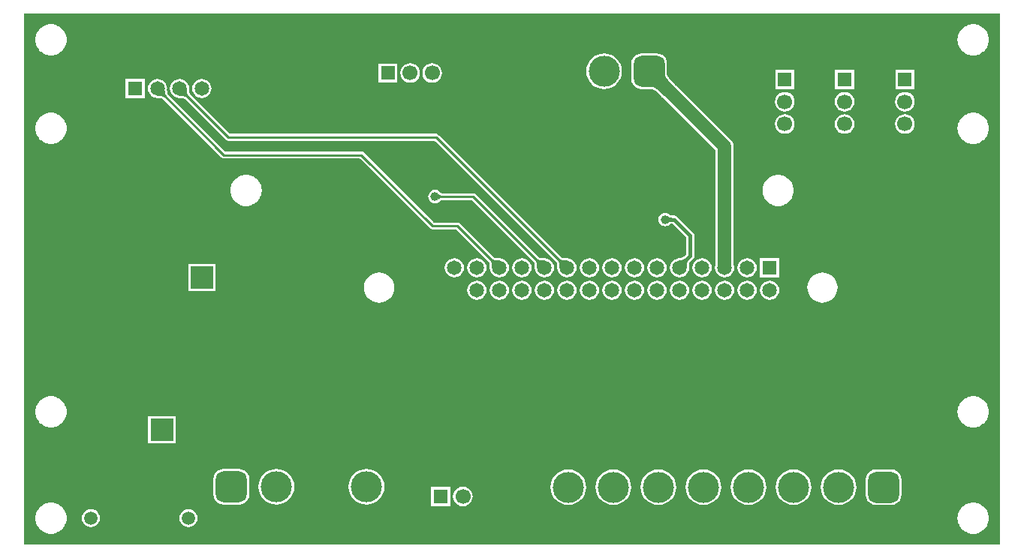
<source format=gbl>
G04*
G04 #@! TF.GenerationSoftware,Altium Limited,Altium Designer,20.0.12 (288)*
G04*
G04 Layer_Physical_Order=2*
G04 Layer_Color=16711680*
%FSLAX44Y44*%
%MOMM*%
G71*
G01*
G75*
%ADD27C,0.4000*%
%ADD29C,0.2500*%
%ADD30C,1.5000*%
%ADD33C,1.7000*%
%ADD34R,1.6500X1.6500*%
%ADD35C,3.5000*%
G04:AMPARAMS|DCode=36|XSize=3.5mm|YSize=3.5mm|CornerRadius=0.875mm|HoleSize=0mm|Usage=FLASHONLY|Rotation=0.000|XOffset=0mm|YOffset=0mm|HoleType=Round|Shape=RoundedRectangle|*
%AMROUNDEDRECTD36*
21,1,3.5000,1.7500,0,0,0.0*
21,1,1.7500,3.5000,0,0,0.0*
1,1,1.7500,0.8750,-0.8750*
1,1,1.7500,-0.8750,-0.8750*
1,1,1.7500,-0.8750,0.8750*
1,1,1.7500,0.8750,0.8750*
%
%ADD36ROUNDEDRECTD36*%
%ADD37R,1.6500X1.6500*%
%ADD38C,1.6500*%
%ADD39R,2.5500X2.5500*%
%ADD40C,2.5500*%
%ADD41C,1.5080*%
%ADD42C,1.0000*%
G36*
X1100000Y0D02*
X0D01*
Y600000D01*
X1100000D01*
Y0D01*
D02*
G37*
%LPC*%
G36*
X1071477Y587590D02*
X1068523D01*
X1068272Y587540D01*
X1068017D01*
X1065119Y586964D01*
X1064884Y586866D01*
X1064634Y586816D01*
X1061904Y585685D01*
X1061692Y585544D01*
X1061456Y585446D01*
X1058999Y583805D01*
X1058819Y583624D01*
X1058607Y583483D01*
X1056517Y581393D01*
X1056376Y581181D01*
X1056195Y581001D01*
X1054554Y578544D01*
X1054456Y578308D01*
X1054314Y578096D01*
X1053184Y575366D01*
X1053134Y575116D01*
X1053036Y574881D01*
X1052460Y571983D01*
Y571727D01*
X1052410Y571477D01*
Y570000D01*
Y568523D01*
X1052460Y568272D01*
Y568017D01*
X1053036Y565119D01*
X1053134Y564884D01*
X1053184Y564634D01*
X1054314Y561904D01*
X1054456Y561692D01*
X1054554Y561456D01*
X1056195Y558999D01*
X1056376Y558819D01*
X1056517Y558607D01*
X1058607Y556517D01*
X1058819Y556376D01*
X1058999Y556195D01*
X1061456Y554554D01*
X1061692Y554456D01*
X1061904Y554314D01*
X1064634Y553184D01*
X1064884Y553134D01*
X1065119Y553036D01*
X1068017Y552460D01*
X1068272D01*
X1068523Y552410D01*
X1071477D01*
X1071728Y552460D01*
X1071983D01*
X1074881Y553036D01*
X1075116Y553134D01*
X1075366Y553184D01*
X1078096Y554314D01*
X1078308Y554456D01*
X1078544Y554554D01*
X1081001Y556195D01*
X1081181Y556376D01*
X1081393Y556517D01*
X1083483Y558607D01*
X1083624Y558819D01*
X1083804Y558999D01*
X1085446Y561456D01*
X1085544Y561692D01*
X1085685Y561904D01*
X1086816Y564634D01*
X1086866Y564884D01*
X1086964Y565119D01*
X1087540Y568017D01*
Y568272D01*
X1087590Y568523D01*
Y570000D01*
Y571477D01*
X1087540Y571727D01*
Y571983D01*
X1086964Y574881D01*
X1086866Y575116D01*
X1086816Y575366D01*
X1085685Y578096D01*
X1085544Y578308D01*
X1085446Y578544D01*
X1083804Y581001D01*
X1083624Y581181D01*
X1083483Y581393D01*
X1081393Y583483D01*
X1081181Y583624D01*
X1081001Y583805D01*
X1078544Y585446D01*
X1078308Y585544D01*
X1078096Y585685D01*
X1075366Y586816D01*
X1075116Y586866D01*
X1074881Y586964D01*
X1071983Y587540D01*
X1071728D01*
X1071477Y587590D01*
D02*
G37*
G36*
X31477D02*
X28523D01*
X28272Y587540D01*
X28017D01*
X25119Y586964D01*
X24884Y586866D01*
X24634Y586816D01*
X21904Y585685D01*
X21692Y585544D01*
X21456Y585446D01*
X18999Y583805D01*
X18819Y583624D01*
X18607Y583483D01*
X16517Y581393D01*
X16376Y581181D01*
X16195Y581001D01*
X14554Y578544D01*
X14456Y578308D01*
X14315Y578096D01*
X13184Y575366D01*
X13134Y575116D01*
X13036Y574881D01*
X12460Y571983D01*
Y571727D01*
X12410Y571477D01*
Y570000D01*
Y568523D01*
X12460Y568272D01*
Y568017D01*
X13036Y565119D01*
X13134Y564884D01*
X13184Y564634D01*
X14315Y561904D01*
X14456Y561692D01*
X14554Y561456D01*
X16195Y558999D01*
X16376Y558819D01*
X16517Y558607D01*
X18607Y556517D01*
X18819Y556376D01*
X18999Y556195D01*
X21456Y554554D01*
X21692Y554456D01*
X21904Y554314D01*
X24634Y553184D01*
X24884Y553134D01*
X25119Y553036D01*
X28017Y552460D01*
X28272D01*
X28523Y552410D01*
X31477D01*
X31727Y552460D01*
X31983D01*
X34880Y553036D01*
X35116Y553134D01*
X35366Y553184D01*
X38096Y554314D01*
X38308Y554456D01*
X38544Y554554D01*
X41001Y556195D01*
X41181Y556376D01*
X41393Y556517D01*
X43482Y558607D01*
X43624Y558819D01*
X43804Y558999D01*
X45446Y561456D01*
X45544Y561692D01*
X45685Y561904D01*
X46816Y564634D01*
X46866Y564884D01*
X46964Y565119D01*
X47540Y568017D01*
Y568272D01*
X47590Y568523D01*
Y570000D01*
Y571477D01*
X47540Y571727D01*
Y571983D01*
X46964Y574881D01*
X46866Y575116D01*
X46816Y575366D01*
X45685Y578096D01*
X45544Y578308D01*
X45446Y578544D01*
X43804Y581001D01*
X43624Y581181D01*
X43482Y581393D01*
X41393Y583483D01*
X41181Y583624D01*
X41001Y583805D01*
X38544Y585446D01*
X38308Y585544D01*
X38096Y585685D01*
X35366Y586816D01*
X35116Y586866D01*
X34880Y586964D01*
X31983Y587540D01*
X31727D01*
X31477Y587590D01*
D02*
G37*
G36*
X420790Y543290D02*
X399210D01*
Y521710D01*
X420790D01*
Y543290D01*
D02*
G37*
G36*
X460000Y543635D02*
X457118Y543256D01*
X454432Y542143D01*
X452126Y540374D01*
X450357Y538068D01*
X449244Y535382D01*
X448865Y532500D01*
X449244Y529618D01*
X450357Y526932D01*
X452126Y524626D01*
X454432Y522857D01*
X457118Y521744D01*
X460000Y521365D01*
X462882Y521744D01*
X465568Y522857D01*
X467874Y524626D01*
X469643Y526932D01*
X470756Y529618D01*
X471135Y532500D01*
X470756Y535382D01*
X469643Y538068D01*
X467874Y540374D01*
X465568Y542143D01*
X462882Y543256D01*
X460000Y543635D01*
D02*
G37*
G36*
X435000D02*
X432118Y543256D01*
X429432Y542143D01*
X427126Y540374D01*
X425357Y538068D01*
X424244Y535382D01*
X423865Y532500D01*
X424244Y529618D01*
X425357Y526932D01*
X427126Y524626D01*
X429432Y522857D01*
X432118Y521744D01*
X435000Y521365D01*
X437882Y521744D01*
X440568Y522857D01*
X442874Y524626D01*
X444643Y526932D01*
X445756Y529618D01*
X446135Y532500D01*
X445756Y535382D01*
X444643Y538068D01*
X442874Y540374D01*
X440568Y542143D01*
X437882Y543256D01*
X435000Y543635D01*
D02*
G37*
G36*
X653772Y554724D02*
X649843Y554337D01*
X646066Y553191D01*
X642584Y551330D01*
X639533Y548826D01*
X637029Y545774D01*
X635168Y542293D01*
X634022Y538516D01*
X633635Y534587D01*
X634022Y530658D01*
X635168Y526881D01*
X637029Y523400D01*
X639533Y520348D01*
X642584Y517844D01*
X646066Y515983D01*
X649843Y514837D01*
X653772Y514450D01*
X657700Y514837D01*
X661478Y515983D01*
X664959Y517844D01*
X668011Y520348D01*
X670515Y523400D01*
X672376Y526881D01*
X673522Y530658D01*
X673909Y534587D01*
X673522Y538516D01*
X672376Y542293D01*
X670515Y545774D01*
X668011Y548826D01*
X664959Y551330D01*
X661478Y553191D01*
X657700Y554337D01*
X653772Y554724D01*
D02*
G37*
G36*
X1003790Y535790D02*
X982210D01*
Y514210D01*
X1003790D01*
Y535790D01*
D02*
G37*
G36*
X935790D02*
X914210D01*
Y514210D01*
X935790D01*
Y535790D01*
D02*
G37*
G36*
X868290D02*
X846710D01*
Y514210D01*
X868290D01*
Y535790D01*
D02*
G37*
G36*
X135790Y525790D02*
X114210D01*
Y504210D01*
X135790D01*
Y525790D01*
D02*
G37*
G36*
X200000Y525883D02*
X197183Y525512D01*
X194559Y524425D01*
X192304Y522696D01*
X190575Y520442D01*
X189488Y517817D01*
X189117Y515000D01*
X189488Y512183D01*
X190575Y509558D01*
X192304Y507304D01*
X194559Y505575D01*
X197183Y504488D01*
X200000Y504117D01*
X202817Y504488D01*
X205441Y505575D01*
X207696Y507304D01*
X209425Y509558D01*
X210512Y512183D01*
X210883Y515000D01*
X210512Y517817D01*
X209425Y520442D01*
X207696Y522696D01*
X205441Y524425D01*
X202817Y525512D01*
X200000Y525883D01*
D02*
G37*
G36*
X993000Y511135D02*
X990118Y510756D01*
X987432Y509643D01*
X985126Y507874D01*
X983357Y505568D01*
X982244Y502882D01*
X981865Y500000D01*
X982244Y497118D01*
X983357Y494432D01*
X985126Y492126D01*
X987432Y490357D01*
X990118Y489244D01*
X993000Y488865D01*
X995882Y489244D01*
X998568Y490357D01*
X1000874Y492126D01*
X1002643Y494432D01*
X1003756Y497118D01*
X1004135Y500000D01*
X1003756Y502882D01*
X1002643Y505568D01*
X1000874Y507874D01*
X998568Y509643D01*
X995882Y510756D01*
X993000Y511135D01*
D02*
G37*
G36*
X925000D02*
X922118Y510756D01*
X919432Y509643D01*
X917126Y507874D01*
X915357Y505568D01*
X914244Y502882D01*
X913865Y500000D01*
X914244Y497118D01*
X915357Y494432D01*
X917126Y492126D01*
X919432Y490357D01*
X922118Y489244D01*
X925000Y488865D01*
X927882Y489244D01*
X930568Y490357D01*
X932874Y492126D01*
X934643Y494432D01*
X935756Y497118D01*
X936135Y500000D01*
X935756Y502882D01*
X934643Y505568D01*
X932874Y507874D01*
X930568Y509643D01*
X927882Y510756D01*
X925000Y511135D01*
D02*
G37*
G36*
X857500D02*
X854618Y510756D01*
X851932Y509643D01*
X849626Y507874D01*
X847857Y505568D01*
X846744Y502882D01*
X846365Y500000D01*
X846744Y497118D01*
X847857Y494432D01*
X849626Y492126D01*
X851932Y490357D01*
X854618Y489244D01*
X857500Y488865D01*
X860382Y489244D01*
X863068Y490357D01*
X865374Y492126D01*
X867143Y494432D01*
X868256Y497118D01*
X868635Y500000D01*
X868256Y502882D01*
X867143Y505568D01*
X865374Y507874D01*
X863068Y509643D01*
X860382Y510756D01*
X857500Y511135D01*
D02*
G37*
G36*
X993000Y486135D02*
X990118Y485756D01*
X987432Y484643D01*
X985126Y482874D01*
X983357Y480568D01*
X982244Y477882D01*
X981865Y475000D01*
X982244Y472118D01*
X983357Y469432D01*
X985126Y467126D01*
X987432Y465357D01*
X990118Y464244D01*
X993000Y463865D01*
X995882Y464244D01*
X998568Y465357D01*
X1000874Y467126D01*
X1002643Y469432D01*
X1003756Y472118D01*
X1004135Y475000D01*
X1003756Y477882D01*
X1002643Y480568D01*
X1000874Y482874D01*
X998568Y484643D01*
X995882Y485756D01*
X993000Y486135D01*
D02*
G37*
G36*
X925000D02*
X922118Y485756D01*
X919432Y484643D01*
X917126Y482874D01*
X915357Y480568D01*
X914244Y477882D01*
X913865Y475000D01*
X914244Y472118D01*
X915357Y469432D01*
X917126Y467126D01*
X919432Y465357D01*
X922118Y464244D01*
X925000Y463865D01*
X927882Y464244D01*
X930568Y465357D01*
X932874Y467126D01*
X934643Y469432D01*
X935756Y472118D01*
X936135Y475000D01*
X935756Y477882D01*
X934643Y480568D01*
X932874Y482874D01*
X930568Y484643D01*
X927882Y485756D01*
X925000Y486135D01*
D02*
G37*
G36*
X857500D02*
X854618Y485756D01*
X851932Y484643D01*
X849626Y482874D01*
X847857Y480568D01*
X846744Y477882D01*
X846365Y475000D01*
X846744Y472118D01*
X847857Y469432D01*
X849626Y467126D01*
X851932Y465357D01*
X854618Y464244D01*
X857500Y463865D01*
X860382Y464244D01*
X863068Y465357D01*
X865374Y467126D01*
X867143Y469432D01*
X868256Y472118D01*
X868635Y475000D01*
X868256Y477882D01*
X867143Y480568D01*
X865374Y482874D01*
X863068Y484643D01*
X860382Y485756D01*
X857500Y486135D01*
D02*
G37*
G36*
X1071477Y487590D02*
X1068523D01*
X1068272Y487540D01*
X1068017D01*
X1065119Y486964D01*
X1064884Y486866D01*
X1064634Y486816D01*
X1061904Y485685D01*
X1061692Y485544D01*
X1061456Y485446D01*
X1058999Y483805D01*
X1058819Y483624D01*
X1058607Y483483D01*
X1056517Y481393D01*
X1056376Y481181D01*
X1056195Y481001D01*
X1054554Y478544D01*
X1054456Y478308D01*
X1054314Y478096D01*
X1053184Y475366D01*
X1053134Y475116D01*
X1053036Y474881D01*
X1052460Y471983D01*
Y471727D01*
X1052410Y471477D01*
Y470000D01*
Y468523D01*
X1052460Y468272D01*
Y468017D01*
X1053036Y465119D01*
X1053134Y464884D01*
X1053184Y464634D01*
X1054314Y461904D01*
X1054456Y461692D01*
X1054554Y461456D01*
X1056195Y458999D01*
X1056376Y458819D01*
X1056517Y458607D01*
X1058607Y456517D01*
X1058819Y456376D01*
X1058999Y456195D01*
X1061456Y454554D01*
X1061692Y454456D01*
X1061904Y454314D01*
X1064634Y453184D01*
X1064884Y453134D01*
X1065119Y453036D01*
X1068017Y452460D01*
X1068272D01*
X1068523Y452410D01*
X1071477D01*
X1071728Y452460D01*
X1071983D01*
X1074881Y453036D01*
X1075116Y453134D01*
X1075366Y453184D01*
X1078096Y454314D01*
X1078308Y454456D01*
X1078544Y454554D01*
X1081001Y456195D01*
X1081181Y456376D01*
X1081393Y456517D01*
X1083483Y458607D01*
X1083624Y458819D01*
X1083804Y458999D01*
X1085446Y461456D01*
X1085544Y461692D01*
X1085685Y461904D01*
X1086816Y464634D01*
X1086866Y464884D01*
X1086964Y465119D01*
X1087540Y468017D01*
Y468272D01*
X1087590Y468523D01*
Y470000D01*
Y471477D01*
X1087540Y471727D01*
Y471983D01*
X1086964Y474881D01*
X1086866Y475116D01*
X1086816Y475366D01*
X1085685Y478096D01*
X1085544Y478308D01*
X1085446Y478544D01*
X1083804Y481001D01*
X1083624Y481181D01*
X1083483Y481393D01*
X1081393Y483483D01*
X1081181Y483624D01*
X1081001Y483805D01*
X1078544Y485446D01*
X1078308Y485544D01*
X1078096Y485685D01*
X1075366Y486816D01*
X1075116Y486866D01*
X1074881Y486964D01*
X1071983Y487540D01*
X1071728D01*
X1071477Y487590D01*
D02*
G37*
G36*
X31477D02*
X28523D01*
X28272Y487540D01*
X28017D01*
X25119Y486964D01*
X24884Y486866D01*
X24634Y486816D01*
X21904Y485685D01*
X21692Y485544D01*
X21456Y485446D01*
X18999Y483805D01*
X18819Y483624D01*
X18607Y483483D01*
X16517Y481393D01*
X16376Y481181D01*
X16195Y481001D01*
X14554Y478544D01*
X14456Y478308D01*
X14315Y478096D01*
X13184Y475366D01*
X13134Y475116D01*
X13036Y474881D01*
X12460Y471983D01*
Y471727D01*
X12410Y471477D01*
Y470000D01*
Y468523D01*
X12460Y468272D01*
Y468017D01*
X13036Y465119D01*
X13134Y464884D01*
X13184Y464634D01*
X14315Y461904D01*
X14456Y461692D01*
X14554Y461456D01*
X16195Y458999D01*
X16376Y458819D01*
X16517Y458607D01*
X18607Y456517D01*
X18819Y456376D01*
X18999Y456195D01*
X21456Y454554D01*
X21692Y454456D01*
X21904Y454314D01*
X24634Y453184D01*
X24884Y453134D01*
X25119Y453036D01*
X28017Y452460D01*
X28272D01*
X28523Y452410D01*
X31477D01*
X31727Y452460D01*
X31983D01*
X34880Y453036D01*
X35116Y453134D01*
X35366Y453184D01*
X38096Y454314D01*
X38308Y454456D01*
X38544Y454554D01*
X41001Y456195D01*
X41181Y456376D01*
X41393Y456517D01*
X43482Y458607D01*
X43624Y458819D01*
X43804Y458999D01*
X45446Y461456D01*
X45544Y461692D01*
X45685Y461904D01*
X46816Y464634D01*
X46866Y464884D01*
X46964Y465119D01*
X47540Y468017D01*
Y468272D01*
X47590Y468523D01*
Y470000D01*
Y471477D01*
X47540Y471727D01*
Y471983D01*
X46964Y474881D01*
X46866Y475116D01*
X46816Y475366D01*
X45685Y478096D01*
X45544Y478308D01*
X45446Y478544D01*
X43804Y481001D01*
X43624Y481181D01*
X43482Y481393D01*
X41393Y483483D01*
X41181Y483624D01*
X41001Y483805D01*
X38544Y485446D01*
X38308Y485544D01*
X38096Y485685D01*
X35366Y486816D01*
X35116Y486866D01*
X34880Y486964D01*
X31983Y487540D01*
X31727D01*
X31477Y487590D01*
D02*
G37*
G36*
X851477Y417590D02*
X848523D01*
X848272Y417540D01*
X848017D01*
X845119Y416964D01*
X844884Y416866D01*
X844634Y416816D01*
X841904Y415685D01*
X841692Y415544D01*
X841456Y415446D01*
X838999Y413805D01*
X838819Y413624D01*
X838607Y413483D01*
X836517Y411393D01*
X836376Y411181D01*
X836195Y411001D01*
X834554Y408544D01*
X834456Y408308D01*
X834314Y408096D01*
X833184Y405366D01*
X833134Y405116D01*
X833036Y404880D01*
X832460Y401983D01*
Y401727D01*
X832410Y401477D01*
Y400000D01*
Y398523D01*
X832460Y398272D01*
Y398017D01*
X833036Y395119D01*
X833134Y394884D01*
X833184Y394634D01*
X834314Y391904D01*
X834456Y391692D01*
X834554Y391456D01*
X836195Y388999D01*
X836376Y388819D01*
X836517Y388607D01*
X838607Y386517D01*
X838819Y386376D01*
X838999Y386195D01*
X841456Y384554D01*
X841692Y384456D01*
X841904Y384314D01*
X844634Y383184D01*
X844884Y383134D01*
X845119Y383036D01*
X848017Y382460D01*
X848272D01*
X848523Y382410D01*
X851477D01*
X851728Y382460D01*
X851983D01*
X854881Y383036D01*
X855116Y383134D01*
X855366Y383184D01*
X858096Y384314D01*
X858308Y384456D01*
X858544Y384554D01*
X861001Y386195D01*
X861181Y386376D01*
X861393Y386517D01*
X863483Y388607D01*
X863624Y388819D01*
X863804Y388999D01*
X865446Y391456D01*
X865544Y391692D01*
X865685Y391904D01*
X866816Y394634D01*
X866866Y394884D01*
X866964Y395119D01*
X867540Y398017D01*
Y398272D01*
X867590Y398523D01*
Y400000D01*
Y401477D01*
X867540Y401727D01*
Y401983D01*
X866964Y404881D01*
X866866Y405116D01*
X866816Y405366D01*
X865685Y408096D01*
X865544Y408308D01*
X865446Y408544D01*
X863804Y411001D01*
X863624Y411181D01*
X863483Y411393D01*
X861393Y413483D01*
X861181Y413624D01*
X861001Y413805D01*
X858544Y415446D01*
X858308Y415544D01*
X858096Y415685D01*
X855366Y416816D01*
X855116Y416866D01*
X854881Y416964D01*
X851983Y417540D01*
X851728D01*
X851477Y417590D01*
D02*
G37*
G36*
X251477D02*
X248523D01*
X248272Y417540D01*
X248017D01*
X245119Y416964D01*
X244884Y416866D01*
X244634Y416816D01*
X241904Y415685D01*
X241692Y415544D01*
X241456Y415446D01*
X238999Y413805D01*
X238819Y413624D01*
X238607Y413483D01*
X236518Y411393D01*
X236376Y411181D01*
X236195Y411001D01*
X234554Y408544D01*
X234456Y408308D01*
X234314Y408096D01*
X233184Y405366D01*
X233134Y405116D01*
X233036Y404880D01*
X232460Y401983D01*
Y401727D01*
X232410Y401477D01*
Y400000D01*
Y398523D01*
X232460Y398272D01*
Y398017D01*
X233036Y395119D01*
X233134Y394884D01*
X233184Y394634D01*
X234314Y391904D01*
X234456Y391692D01*
X234554Y391456D01*
X236195Y388999D01*
X236376Y388819D01*
X236518Y388607D01*
X238607Y386517D01*
X238819Y386376D01*
X238999Y386195D01*
X241456Y384554D01*
X241692Y384456D01*
X241904Y384314D01*
X244634Y383184D01*
X244884Y383134D01*
X245119Y383036D01*
X248017Y382460D01*
X248272D01*
X248523Y382410D01*
X251477D01*
X251728Y382460D01*
X251983D01*
X254881Y383036D01*
X255116Y383134D01*
X255366Y383184D01*
X258096Y384314D01*
X258308Y384456D01*
X258544Y384554D01*
X261001Y386195D01*
X261181Y386376D01*
X261393Y386517D01*
X263482Y388607D01*
X263624Y388819D01*
X263805Y388999D01*
X265446Y391456D01*
X265544Y391692D01*
X265685Y391904D01*
X266816Y394634D01*
X266866Y394884D01*
X266964Y395119D01*
X267540Y398017D01*
Y398272D01*
X267590Y398523D01*
Y400000D01*
Y401477D01*
X267540Y401727D01*
Y401983D01*
X266964Y404881D01*
X266866Y405116D01*
X266816Y405366D01*
X265685Y408096D01*
X265544Y408308D01*
X265446Y408544D01*
X263805Y411001D01*
X263624Y411181D01*
X263482Y411393D01*
X261393Y413483D01*
X261181Y413624D01*
X261001Y413805D01*
X258544Y415446D01*
X258308Y415544D01*
X258096Y415685D01*
X255366Y416816D01*
X255116Y416866D01*
X254881Y416964D01*
X251983Y417540D01*
X251728D01*
X251477Y417590D01*
D02*
G37*
G36*
X851290Y323490D02*
X829710D01*
Y301910D01*
X851290D01*
Y323490D01*
D02*
G37*
G36*
X815100Y323583D02*
X812283Y323212D01*
X809658Y322125D01*
X807404Y320396D01*
X805675Y318142D01*
X804588Y315517D01*
X804217Y312700D01*
X804588Y309883D01*
X805675Y307258D01*
X807404Y305005D01*
X809658Y303275D01*
X812283Y302188D01*
X815100Y301817D01*
X817917Y302188D01*
X820542Y303275D01*
X822795Y305005D01*
X824525Y307258D01*
X825612Y309883D01*
X825983Y312700D01*
X825612Y315517D01*
X824525Y318142D01*
X822795Y320396D01*
X820542Y322125D01*
X817917Y323212D01*
X815100Y323583D01*
D02*
G37*
G36*
X713322Y554724D02*
X695822D01*
X692875Y554336D01*
X690128Y553199D01*
X687770Y551389D01*
X685960Y549031D01*
X684822Y546284D01*
X684434Y543337D01*
Y525837D01*
X684822Y522890D01*
X685960Y520143D01*
X687770Y517785D01*
X690128Y515975D01*
X692875Y514838D01*
X695822Y514450D01*
X708218D01*
X709659Y513624D01*
X711906Y512059D01*
X717267Y507520D01*
X718750Y506088D01*
X779573Y445264D01*
Y316448D01*
X779188Y315517D01*
X778817Y312700D01*
X779188Y309883D01*
X780275Y307258D01*
X782004Y305005D01*
X784258Y303275D01*
X786883Y302188D01*
X789700Y301817D01*
X792517Y302188D01*
X795142Y303275D01*
X797395Y305005D01*
X799125Y307258D01*
X800212Y309883D01*
X800583Y312700D01*
X800212Y315517D01*
X799827Y316448D01*
Y449459D01*
X799827Y449459D01*
X799522Y451775D01*
X799482Y452080D01*
X798470Y454522D01*
X796861Y456619D01*
X733875Y519606D01*
X729131Y524713D01*
X727120Y527225D01*
X725535Y529500D01*
X724709Y530941D01*
Y543337D01*
X724321Y546284D01*
X723184Y549031D01*
X721374Y551389D01*
X719016Y553199D01*
X716269Y554336D01*
X713322Y554724D01*
D02*
G37*
G36*
X764300Y323583D02*
X761483Y323212D01*
X758858Y322125D01*
X756605Y320396D01*
X754875Y318142D01*
X753788Y315517D01*
X753417Y312700D01*
X753788Y309883D01*
X754875Y307258D01*
X756605Y305005D01*
X758858Y303275D01*
X761483Y302188D01*
X764300Y301817D01*
X767117Y302188D01*
X769742Y303275D01*
X771995Y305005D01*
X773725Y307258D01*
X774812Y309883D01*
X775183Y312700D01*
X774812Y315517D01*
X773725Y318142D01*
X771995Y320396D01*
X769742Y322125D01*
X767117Y323212D01*
X764300Y323583D01*
D02*
G37*
G36*
X722659Y374657D02*
X720691Y374398D01*
X718856Y373638D01*
X717281Y372430D01*
X716073Y370855D01*
X715313Y369021D01*
X715054Y367052D01*
X715313Y365084D01*
X716073Y363250D01*
X717281Y361675D01*
X718856Y360466D01*
X720691Y359706D01*
X722659Y359447D01*
X724627Y359706D01*
X726461Y360466D01*
X728036Y361675D01*
X728095Y361751D01*
X728220Y361868D01*
X728365Y361981D01*
X728519Y362081D01*
X728688Y362170D01*
X728876Y362250D01*
X729089Y362319D01*
X729329Y362378D01*
X729601Y362422D01*
X729610Y362423D01*
X731030D01*
X746371Y347083D01*
Y328194D01*
X743473Y325296D01*
X743208Y325102D01*
X742788Y324849D01*
X742290Y324601D01*
X741712Y324364D01*
X741053Y324142D01*
X740344Y323946D01*
X738577Y323594D01*
X737589Y323460D01*
X737357Y323380D01*
X736083Y323212D01*
X733458Y322125D01*
X731205Y320396D01*
X729475Y318142D01*
X728388Y315517D01*
X728017Y312700D01*
X728388Y309883D01*
X729475Y307258D01*
X731205Y305005D01*
X733458Y303275D01*
X736083Y302188D01*
X738900Y301817D01*
X741717Y302188D01*
X744342Y303275D01*
X746596Y305005D01*
X748325Y307258D01*
X749412Y309883D01*
X749783Y312700D01*
X749628Y313882D01*
X749647Y314106D01*
X749550Y315002D01*
X749515Y315756D01*
X749531Y316440D01*
X749594Y317052D01*
X749698Y317594D01*
X749837Y318071D01*
X750008Y318489D01*
X750207Y318857D01*
X750399Y319129D01*
X754273Y323004D01*
X754273Y323004D01*
X755277Y324505D01*
X755629Y326277D01*
Y349000D01*
X755629Y349000D01*
X755277Y350771D01*
X754273Y352273D01*
X754273Y352273D01*
X736221Y370326D01*
X734719Y371329D01*
X732948Y371681D01*
X732947Y371681D01*
X729610D01*
X729601Y371682D01*
X729329Y371727D01*
X729089Y371785D01*
X728876Y371855D01*
X728688Y371934D01*
X728519Y372024D01*
X728365Y372124D01*
X728220Y372237D01*
X728095Y372354D01*
X728036Y372430D01*
X726461Y373638D01*
X724627Y374398D01*
X722659Y374657D01*
D02*
G37*
G36*
X713500Y323583D02*
X710683Y323212D01*
X708058Y322125D01*
X705805Y320396D01*
X704075Y318142D01*
X702988Y315517D01*
X702617Y312700D01*
X702988Y309883D01*
X704075Y307258D01*
X705805Y305005D01*
X708058Y303275D01*
X710683Y302188D01*
X713500Y301817D01*
X716317Y302188D01*
X718942Y303275D01*
X721196Y305005D01*
X722925Y307258D01*
X724012Y309883D01*
X724383Y312700D01*
X724012Y315517D01*
X722925Y318142D01*
X721196Y320396D01*
X718942Y322125D01*
X716317Y323212D01*
X713500Y323583D01*
D02*
G37*
G36*
X688100D02*
X685283Y323212D01*
X682658Y322125D01*
X680405Y320396D01*
X678675Y318142D01*
X677588Y315517D01*
X677217Y312700D01*
X677588Y309883D01*
X678675Y307258D01*
X680405Y305005D01*
X682658Y303275D01*
X685283Y302188D01*
X688100Y301817D01*
X690917Y302188D01*
X693542Y303275D01*
X695796Y305005D01*
X697525Y307258D01*
X698612Y309883D01*
X698983Y312700D01*
X698612Y315517D01*
X697525Y318142D01*
X695796Y320396D01*
X693542Y322125D01*
X690917Y323212D01*
X688100Y323583D01*
D02*
G37*
G36*
X662700D02*
X659883Y323212D01*
X657258Y322125D01*
X655005Y320396D01*
X653275Y318142D01*
X652188Y315517D01*
X651817Y312700D01*
X652188Y309883D01*
X653275Y307258D01*
X655005Y305005D01*
X657258Y303275D01*
X659883Y302188D01*
X662700Y301817D01*
X665517Y302188D01*
X668142Y303275D01*
X670396Y305005D01*
X672125Y307258D01*
X673212Y309883D01*
X673583Y312700D01*
X673212Y315517D01*
X672125Y318142D01*
X670396Y320396D01*
X668142Y322125D01*
X665517Y323212D01*
X662700Y323583D01*
D02*
G37*
G36*
X637300D02*
X634483Y323212D01*
X631858Y322125D01*
X629604Y320396D01*
X627875Y318142D01*
X626788Y315517D01*
X626417Y312700D01*
X626788Y309883D01*
X627875Y307258D01*
X629604Y305005D01*
X631858Y303275D01*
X634483Y302188D01*
X637300Y301817D01*
X640117Y302188D01*
X642742Y303275D01*
X644995Y305005D01*
X646725Y307258D01*
X647812Y309883D01*
X648183Y312700D01*
X647812Y315517D01*
X646725Y318142D01*
X644995Y320396D01*
X642742Y322125D01*
X640117Y323212D01*
X637300Y323583D01*
D02*
G37*
G36*
X175000Y525883D02*
X172183Y525512D01*
X169559Y524425D01*
X167304Y522696D01*
X165575Y520442D01*
X164488Y517817D01*
X164117Y515000D01*
X164488Y512183D01*
X165575Y509558D01*
X167304Y507304D01*
X169559Y505575D01*
X172183Y504488D01*
X175000Y504117D01*
X175321Y504159D01*
X176217Y504154D01*
X178237Y504027D01*
X179032Y503920D01*
X179743Y503782D01*
X180338Y503623D01*
X180814Y503452D01*
X181167Y503283D01*
X181398Y503137D01*
X227267Y457268D01*
X227268Y457268D01*
X228521Y456430D01*
X230000Y456136D01*
X462999D01*
X600037Y319098D01*
X600183Y318867D01*
X600352Y318514D01*
X600523Y318038D01*
X600682Y317443D01*
X600820Y316732D01*
X600927Y315937D01*
X601054Y313917D01*
X601059Y313021D01*
X601017Y312700D01*
X601388Y309883D01*
X602475Y307258D01*
X604204Y305005D01*
X606458Y303275D01*
X609083Y302188D01*
X611900Y301817D01*
X614717Y302188D01*
X617342Y303275D01*
X619595Y305005D01*
X621325Y307258D01*
X622412Y309883D01*
X622783Y312700D01*
X622412Y315517D01*
X621325Y318142D01*
X619595Y320396D01*
X617342Y322125D01*
X614717Y323212D01*
X611900Y323583D01*
X611579Y323541D01*
X610683Y323546D01*
X608663Y323673D01*
X607868Y323780D01*
X607157Y323918D01*
X606562Y324077D01*
X606087Y324248D01*
X605733Y324417D01*
X605502Y324563D01*
X467332Y462732D01*
X466079Y463570D01*
X464600Y463864D01*
X231601D01*
X186863Y508602D01*
X186717Y508833D01*
X186548Y509187D01*
X186377Y509662D01*
X186218Y510257D01*
X186080Y510968D01*
X185973Y511763D01*
X185846Y513783D01*
X185841Y514679D01*
X185883Y515000D01*
X185512Y517817D01*
X184425Y520442D01*
X182696Y522696D01*
X180441Y524425D01*
X177817Y525512D01*
X175000Y525883D01*
D02*
G37*
G36*
X463000Y400605D02*
X461032Y400346D01*
X459198Y399586D01*
X457622Y398378D01*
X456414Y396802D01*
X455654Y394968D01*
X455395Y393000D01*
X455654Y391032D01*
X456414Y389198D01*
X457622Y387622D01*
X459198Y386414D01*
X461032Y385654D01*
X463000Y385395D01*
X464968Y385654D01*
X466802Y386414D01*
X468378Y387622D01*
X468445Y387710D01*
X468767Y388023D01*
X469096Y388312D01*
X469405Y388551D01*
X469689Y388744D01*
X469947Y388893D01*
X470177Y389003D01*
X470378Y389078D01*
X470553Y389124D01*
X470623Y389136D01*
X504599D01*
X545668Y348068D01*
X545668Y348068D01*
X574637Y319098D01*
X574783Y318867D01*
X574952Y318514D01*
X575123Y318038D01*
X575282Y317443D01*
X575420Y316732D01*
X575527Y315937D01*
X575654Y313917D01*
X575659Y313021D01*
X575617Y312700D01*
X575988Y309883D01*
X577075Y307258D01*
X578805Y305005D01*
X581058Y303275D01*
X583683Y302188D01*
X586500Y301817D01*
X589317Y302188D01*
X591942Y303275D01*
X594196Y305005D01*
X595925Y307258D01*
X597012Y309883D01*
X597383Y312700D01*
X597012Y315517D01*
X595925Y318142D01*
X594196Y320396D01*
X591942Y322125D01*
X589317Y323212D01*
X586500Y323583D01*
X586179Y323541D01*
X585283Y323546D01*
X583263Y323673D01*
X582468Y323780D01*
X581757Y323918D01*
X581162Y324077D01*
X580686Y324248D01*
X580333Y324417D01*
X580102Y324563D01*
X551133Y353532D01*
X551132Y353532D01*
X508932Y395732D01*
X507679Y396570D01*
X506200Y396864D01*
X470623D01*
X470553Y396876D01*
X470378Y396922D01*
X470177Y396997D01*
X469947Y397107D01*
X469689Y397256D01*
X469437Y397427D01*
X468741Y398002D01*
X468445Y398290D01*
X468378Y398378D01*
X466802Y399586D01*
X464968Y400346D01*
X463000Y400605D01*
D02*
G37*
G36*
X561100Y323583D02*
X558283Y323212D01*
X555658Y322125D01*
X553405Y320396D01*
X551675Y318142D01*
X550588Y315517D01*
X550217Y312700D01*
X550588Y309883D01*
X551675Y307258D01*
X553405Y305005D01*
X555658Y303275D01*
X558283Y302188D01*
X561100Y301817D01*
X563917Y302188D01*
X566542Y303275D01*
X568796Y305005D01*
X570525Y307258D01*
X571612Y309883D01*
X571983Y312700D01*
X571612Y315517D01*
X570525Y318142D01*
X568796Y320396D01*
X566542Y322125D01*
X563917Y323212D01*
X561100Y323583D01*
D02*
G37*
G36*
X150000Y525883D02*
X147183Y525512D01*
X144558Y524425D01*
X142304Y522696D01*
X140575Y520442D01*
X139488Y517817D01*
X139117Y515000D01*
X139488Y512183D01*
X140575Y509558D01*
X142304Y507304D01*
X144558Y505575D01*
X147183Y504488D01*
X150000Y504117D01*
X150321Y504159D01*
X151217Y504154D01*
X153237Y504027D01*
X154032Y503920D01*
X154743Y503782D01*
X155338Y503623D01*
X155814Y503452D01*
X156167Y503283D01*
X156398Y503137D01*
X222267Y437268D01*
X222268Y437268D01*
X223105Y436708D01*
X223521Y436430D01*
X225000Y436136D01*
X225000Y436136D01*
X378399D01*
X457268Y357268D01*
X458521Y356430D01*
X460000Y356136D01*
X486799D01*
X523837Y319098D01*
X523983Y318867D01*
X524152Y318514D01*
X524323Y318038D01*
X524482Y317443D01*
X524620Y316732D01*
X524727Y315937D01*
X524854Y313917D01*
X524859Y313021D01*
X524817Y312700D01*
X525188Y309883D01*
X526275Y307258D01*
X528004Y305005D01*
X530258Y303275D01*
X532883Y302188D01*
X535700Y301817D01*
X538517Y302188D01*
X541142Y303275D01*
X543396Y305005D01*
X545125Y307258D01*
X546212Y309883D01*
X546583Y312700D01*
X546212Y315517D01*
X545125Y318142D01*
X543396Y320396D01*
X541142Y322125D01*
X538517Y323212D01*
X535700Y323583D01*
X535379Y323541D01*
X534483Y323546D01*
X532463Y323673D01*
X531668Y323780D01*
X530957Y323918D01*
X530362Y324077D01*
X529887Y324248D01*
X529533Y324417D01*
X529302Y324563D01*
X491132Y362732D01*
X489879Y363570D01*
X488400Y363864D01*
X461601D01*
X382732Y442732D01*
X381479Y443570D01*
X380000Y443864D01*
X226601D01*
X161863Y508602D01*
X161717Y508833D01*
X161548Y509187D01*
X161377Y509662D01*
X161218Y510257D01*
X161080Y510968D01*
X160973Y511763D01*
X160846Y513783D01*
X160841Y514679D01*
X160883Y515000D01*
X160512Y517817D01*
X159425Y520442D01*
X157696Y522696D01*
X155442Y524425D01*
X152817Y525512D01*
X150000Y525883D01*
D02*
G37*
G36*
X510300Y323583D02*
X507483Y323212D01*
X504858Y322125D01*
X502604Y320396D01*
X500875Y318142D01*
X499788Y315517D01*
X499417Y312700D01*
X499788Y309883D01*
X500875Y307258D01*
X502604Y305005D01*
X504858Y303275D01*
X507483Y302188D01*
X510300Y301817D01*
X513117Y302188D01*
X515742Y303275D01*
X517995Y305005D01*
X519725Y307258D01*
X520812Y309883D01*
X521183Y312700D01*
X520812Y315517D01*
X519725Y318142D01*
X517995Y320396D01*
X515742Y322125D01*
X513117Y323212D01*
X510300Y323583D01*
D02*
G37*
G36*
X484900D02*
X482083Y323212D01*
X479458Y322125D01*
X477205Y320396D01*
X475475Y318142D01*
X474388Y315517D01*
X474017Y312700D01*
X474388Y309883D01*
X475475Y307258D01*
X477205Y305005D01*
X479458Y303275D01*
X482083Y302188D01*
X484900Y301817D01*
X487717Y302188D01*
X490342Y303275D01*
X492595Y305005D01*
X494325Y307258D01*
X495412Y309883D01*
X495783Y312700D01*
X495412Y315517D01*
X494325Y318142D01*
X492595Y320396D01*
X490342Y322125D01*
X487717Y323212D01*
X484900Y323583D01*
D02*
G37*
G36*
X215290Y317290D02*
X184710D01*
Y286710D01*
X215290D01*
Y317290D01*
D02*
G37*
G36*
X840500Y298183D02*
X837683Y297812D01*
X835058Y296725D01*
X832804Y294995D01*
X831075Y292742D01*
X829988Y290117D01*
X829617Y287300D01*
X829988Y284483D01*
X831075Y281859D01*
X832804Y279604D01*
X835058Y277875D01*
X837683Y276788D01*
X840500Y276417D01*
X843317Y276788D01*
X845942Y277875D01*
X848195Y279604D01*
X849925Y281859D01*
X851012Y284483D01*
X851383Y287300D01*
X851012Y290117D01*
X849925Y292742D01*
X848195Y294995D01*
X845942Y296725D01*
X843317Y297812D01*
X840500Y298183D01*
D02*
G37*
G36*
X815100D02*
X812283Y297812D01*
X809658Y296725D01*
X807404Y294995D01*
X805675Y292742D01*
X804588Y290117D01*
X804217Y287300D01*
X804588Y284483D01*
X805675Y281859D01*
X807404Y279604D01*
X809658Y277875D01*
X812283Y276788D01*
X815100Y276417D01*
X817917Y276788D01*
X820542Y277875D01*
X822795Y279604D01*
X824525Y281859D01*
X825612Y284483D01*
X825983Y287300D01*
X825612Y290117D01*
X824525Y292742D01*
X822795Y294995D01*
X820542Y296725D01*
X817917Y297812D01*
X815100Y298183D01*
D02*
G37*
G36*
X789700D02*
X786883Y297812D01*
X784258Y296725D01*
X782004Y294995D01*
X780275Y292742D01*
X779188Y290117D01*
X778817Y287300D01*
X779188Y284483D01*
X780275Y281859D01*
X782004Y279604D01*
X784258Y277875D01*
X786883Y276788D01*
X789700Y276417D01*
X792517Y276788D01*
X795142Y277875D01*
X797395Y279604D01*
X799125Y281859D01*
X800212Y284483D01*
X800583Y287300D01*
X800212Y290117D01*
X799125Y292742D01*
X797395Y294995D01*
X795142Y296725D01*
X792517Y297812D01*
X789700Y298183D01*
D02*
G37*
G36*
X764300D02*
X761483Y297812D01*
X758858Y296725D01*
X756605Y294995D01*
X754875Y292742D01*
X753788Y290117D01*
X753417Y287300D01*
X753788Y284483D01*
X754875Y281859D01*
X756605Y279604D01*
X758858Y277875D01*
X761483Y276788D01*
X764300Y276417D01*
X767117Y276788D01*
X769742Y277875D01*
X771995Y279604D01*
X773725Y281859D01*
X774812Y284483D01*
X775183Y287300D01*
X774812Y290117D01*
X773725Y292742D01*
X771995Y294995D01*
X769742Y296725D01*
X767117Y297812D01*
X764300Y298183D01*
D02*
G37*
G36*
X738900D02*
X736083Y297812D01*
X733458Y296725D01*
X731205Y294995D01*
X729475Y292742D01*
X728388Y290117D01*
X728017Y287300D01*
X728388Y284483D01*
X729475Y281859D01*
X731205Y279604D01*
X733458Y277875D01*
X736083Y276788D01*
X738900Y276417D01*
X741717Y276788D01*
X744342Y277875D01*
X746596Y279604D01*
X748325Y281859D01*
X749412Y284483D01*
X749783Y287300D01*
X749412Y290117D01*
X748325Y292742D01*
X746596Y294995D01*
X744342Y296725D01*
X741717Y297812D01*
X738900Y298183D01*
D02*
G37*
G36*
X713500D02*
X710683Y297812D01*
X708058Y296725D01*
X705805Y294995D01*
X704075Y292742D01*
X702988Y290117D01*
X702617Y287300D01*
X702988Y284483D01*
X704075Y281859D01*
X705805Y279604D01*
X708058Y277875D01*
X710683Y276788D01*
X713500Y276417D01*
X716317Y276788D01*
X718942Y277875D01*
X721196Y279604D01*
X722925Y281859D01*
X724012Y284483D01*
X724383Y287300D01*
X724012Y290117D01*
X722925Y292742D01*
X721196Y294995D01*
X718942Y296725D01*
X716317Y297812D01*
X713500Y298183D01*
D02*
G37*
G36*
X688100D02*
X685283Y297812D01*
X682658Y296725D01*
X680405Y294995D01*
X678675Y292742D01*
X677588Y290117D01*
X677217Y287300D01*
X677588Y284483D01*
X678675Y281859D01*
X680405Y279604D01*
X682658Y277875D01*
X685283Y276788D01*
X688100Y276417D01*
X690917Y276788D01*
X693542Y277875D01*
X695796Y279604D01*
X697525Y281859D01*
X698612Y284483D01*
X698983Y287300D01*
X698612Y290117D01*
X697525Y292742D01*
X695796Y294995D01*
X693542Y296725D01*
X690917Y297812D01*
X688100Y298183D01*
D02*
G37*
G36*
X662700D02*
X659883Y297812D01*
X657258Y296725D01*
X655005Y294995D01*
X653275Y292742D01*
X652188Y290117D01*
X651817Y287300D01*
X652188Y284483D01*
X653275Y281859D01*
X655005Y279604D01*
X657258Y277875D01*
X659883Y276788D01*
X662700Y276417D01*
X665517Y276788D01*
X668142Y277875D01*
X670396Y279604D01*
X672125Y281859D01*
X673212Y284483D01*
X673583Y287300D01*
X673212Y290117D01*
X672125Y292742D01*
X670396Y294995D01*
X668142Y296725D01*
X665517Y297812D01*
X662700Y298183D01*
D02*
G37*
G36*
X637300D02*
X634483Y297812D01*
X631858Y296725D01*
X629604Y294995D01*
X627875Y292742D01*
X626788Y290117D01*
X626417Y287300D01*
X626788Y284483D01*
X627875Y281859D01*
X629604Y279604D01*
X631858Y277875D01*
X634483Y276788D01*
X637300Y276417D01*
X640117Y276788D01*
X642742Y277875D01*
X644995Y279604D01*
X646725Y281859D01*
X647812Y284483D01*
X648183Y287300D01*
X647812Y290117D01*
X646725Y292742D01*
X644995Y294995D01*
X642742Y296725D01*
X640117Y297812D01*
X637300Y298183D01*
D02*
G37*
G36*
X611900D02*
X609083Y297812D01*
X606458Y296725D01*
X604204Y294995D01*
X602475Y292742D01*
X601388Y290117D01*
X601017Y287300D01*
X601388Y284483D01*
X602475Y281859D01*
X604204Y279604D01*
X606458Y277875D01*
X609083Y276788D01*
X611900Y276417D01*
X614717Y276788D01*
X617342Y277875D01*
X619595Y279604D01*
X621325Y281859D01*
X622412Y284483D01*
X622783Y287300D01*
X622412Y290117D01*
X621325Y292742D01*
X619595Y294995D01*
X617342Y296725D01*
X614717Y297812D01*
X611900Y298183D01*
D02*
G37*
G36*
X586500D02*
X583683Y297812D01*
X581058Y296725D01*
X578805Y294995D01*
X577075Y292742D01*
X575988Y290117D01*
X575617Y287300D01*
X575988Y284483D01*
X577075Y281859D01*
X578805Y279604D01*
X581058Y277875D01*
X583683Y276788D01*
X586500Y276417D01*
X589317Y276788D01*
X591942Y277875D01*
X594196Y279604D01*
X595925Y281859D01*
X597012Y284483D01*
X597383Y287300D01*
X597012Y290117D01*
X595925Y292742D01*
X594196Y294995D01*
X591942Y296725D01*
X589317Y297812D01*
X586500Y298183D01*
D02*
G37*
G36*
X561100D02*
X558283Y297812D01*
X555658Y296725D01*
X553405Y294995D01*
X551675Y292742D01*
X550588Y290117D01*
X550217Y287300D01*
X550588Y284483D01*
X551675Y281859D01*
X553405Y279604D01*
X555658Y277875D01*
X558283Y276788D01*
X561100Y276417D01*
X563917Y276788D01*
X566542Y277875D01*
X568796Y279604D01*
X570525Y281859D01*
X571612Y284483D01*
X571983Y287300D01*
X571612Y290117D01*
X570525Y292742D01*
X568796Y294995D01*
X566542Y296725D01*
X563917Y297812D01*
X561100Y298183D01*
D02*
G37*
G36*
X535700D02*
X532883Y297812D01*
X530258Y296725D01*
X528004Y294995D01*
X526275Y292742D01*
X525188Y290117D01*
X524817Y287300D01*
X525188Y284483D01*
X526275Y281859D01*
X528004Y279604D01*
X530258Y277875D01*
X532883Y276788D01*
X535700Y276417D01*
X538517Y276788D01*
X541142Y277875D01*
X543396Y279604D01*
X545125Y281859D01*
X546212Y284483D01*
X546583Y287300D01*
X546212Y290117D01*
X545125Y292742D01*
X543396Y294995D01*
X541142Y296725D01*
X538517Y297812D01*
X535700Y298183D01*
D02*
G37*
G36*
X510300D02*
X507483Y297812D01*
X504858Y296725D01*
X502604Y294995D01*
X500875Y292742D01*
X499788Y290117D01*
X499417Y287300D01*
X499788Y284483D01*
X500875Y281859D01*
X502604Y279604D01*
X504858Y277875D01*
X507483Y276788D01*
X510300Y276417D01*
X513117Y276788D01*
X515742Y277875D01*
X517995Y279604D01*
X519725Y281859D01*
X520812Y284483D01*
X521183Y287300D01*
X520812Y290117D01*
X519725Y292742D01*
X517995Y294995D01*
X515742Y296725D01*
X513117Y297812D01*
X510300Y298183D01*
D02*
G37*
G36*
X900000Y307422D02*
X896660Y307093D01*
X893447Y306119D01*
X890487Y304537D01*
X887893Y302407D01*
X885763Y299813D01*
X884181Y296852D01*
X883207Y293640D01*
X882878Y290300D01*
X883207Y286960D01*
X884181Y283748D01*
X885763Y280787D01*
X887893Y278193D01*
X890487Y276063D01*
X893447Y274481D01*
X896660Y273507D01*
X900000Y273178D01*
X903340Y273507D01*
X906553Y274481D01*
X909513Y276063D01*
X912107Y278193D01*
X914237Y280787D01*
X915819Y283748D01*
X916793Y286960D01*
X917122Y290300D01*
X916793Y293640D01*
X915819Y296852D01*
X914237Y299813D01*
X912107Y302407D01*
X909513Y304537D01*
X906553Y306119D01*
X903340Y307093D01*
X900000Y307422D01*
D02*
G37*
G36*
X400000D02*
X396660Y307093D01*
X393447Y306119D01*
X390487Y304537D01*
X387893Y302407D01*
X385763Y299813D01*
X384181Y296852D01*
X383206Y293640D01*
X382878Y290300D01*
X383206Y286960D01*
X384181Y283748D01*
X385763Y280787D01*
X387893Y278193D01*
X390487Y276063D01*
X393447Y274481D01*
X396660Y273507D01*
X400000Y273178D01*
X403340Y273507D01*
X406553Y274481D01*
X409513Y276063D01*
X412107Y278193D01*
X414237Y280787D01*
X415819Y283748D01*
X416793Y286960D01*
X417122Y290300D01*
X416793Y293640D01*
X415819Y296852D01*
X414237Y299813D01*
X412107Y302407D01*
X409513Y304537D01*
X406553Y306119D01*
X403340Y307093D01*
X400000Y307422D01*
D02*
G37*
G36*
X1071477Y167590D02*
X1068523D01*
X1068272Y167540D01*
X1068017D01*
X1065119Y166964D01*
X1064884Y166866D01*
X1064634Y166816D01*
X1061904Y165685D01*
X1061692Y165544D01*
X1061456Y165446D01*
X1058999Y163804D01*
X1058819Y163624D01*
X1058607Y163482D01*
X1056517Y161393D01*
X1056376Y161181D01*
X1056195Y161001D01*
X1054554Y158544D01*
X1054456Y158308D01*
X1054314Y158096D01*
X1053184Y155366D01*
X1053134Y155116D01*
X1053036Y154881D01*
X1052460Y151983D01*
Y151728D01*
X1052410Y151477D01*
Y150000D01*
Y148523D01*
X1052460Y148272D01*
Y148017D01*
X1053036Y145119D01*
X1053134Y144884D01*
X1053184Y144634D01*
X1054314Y141904D01*
X1054456Y141692D01*
X1054554Y141456D01*
X1056195Y138999D01*
X1056376Y138819D01*
X1056517Y138607D01*
X1058607Y136517D01*
X1058819Y136376D01*
X1058999Y136195D01*
X1061456Y134554D01*
X1061692Y134456D01*
X1061904Y134314D01*
X1064634Y133184D01*
X1064884Y133134D01*
X1065119Y133036D01*
X1068017Y132460D01*
X1068272D01*
X1068523Y132410D01*
X1071477D01*
X1071728Y132460D01*
X1071983D01*
X1074881Y133036D01*
X1075116Y133134D01*
X1075366Y133184D01*
X1078096Y134314D01*
X1078308Y134456D01*
X1078544Y134554D01*
X1081001Y136195D01*
X1081181Y136376D01*
X1081393Y136517D01*
X1083483Y138607D01*
X1083624Y138819D01*
X1083804Y138999D01*
X1085446Y141456D01*
X1085544Y141692D01*
X1085685Y141904D01*
X1086816Y144634D01*
X1086866Y144884D01*
X1086964Y145119D01*
X1087540Y148017D01*
Y148272D01*
X1087590Y148523D01*
Y150000D01*
Y151477D01*
X1087540Y151728D01*
Y151983D01*
X1086964Y154881D01*
X1086866Y155116D01*
X1086816Y155366D01*
X1085685Y158096D01*
X1085544Y158308D01*
X1085446Y158544D01*
X1083804Y161001D01*
X1083624Y161181D01*
X1083483Y161393D01*
X1081393Y163482D01*
X1081181Y163624D01*
X1081001Y163804D01*
X1078544Y165446D01*
X1078308Y165544D01*
X1078096Y165685D01*
X1075366Y166816D01*
X1075116Y166866D01*
X1074881Y166964D01*
X1071983Y167540D01*
X1071728D01*
X1071477Y167590D01*
D02*
G37*
G36*
X31477D02*
X28523D01*
X28272Y167540D01*
X28017D01*
X25119Y166964D01*
X24884Y166866D01*
X24634Y166816D01*
X21904Y165685D01*
X21692Y165544D01*
X21456Y165446D01*
X18999Y163804D01*
X18819Y163624D01*
X18607Y163482D01*
X16517Y161393D01*
X16376Y161181D01*
X16195Y161001D01*
X14554Y158544D01*
X14456Y158308D01*
X14315Y158096D01*
X13184Y155366D01*
X13134Y155116D01*
X13036Y154881D01*
X12460Y151983D01*
Y151728D01*
X12410Y151477D01*
Y150000D01*
Y148523D01*
X12460Y148272D01*
Y148017D01*
X13036Y145119D01*
X13134Y144884D01*
X13184Y144634D01*
X14315Y141904D01*
X14456Y141692D01*
X14554Y141456D01*
X16195Y138999D01*
X16376Y138819D01*
X16517Y138607D01*
X18607Y136517D01*
X18819Y136376D01*
X18999Y136195D01*
X21456Y134554D01*
X21692Y134456D01*
X21904Y134314D01*
X24634Y133184D01*
X24884Y133134D01*
X25119Y133036D01*
X28017Y132460D01*
X28272D01*
X28523Y132410D01*
X31477D01*
X31727Y132460D01*
X31983D01*
X34880Y133036D01*
X35116Y133134D01*
X35366Y133184D01*
X38096Y134314D01*
X38308Y134456D01*
X38544Y134554D01*
X41001Y136195D01*
X41181Y136376D01*
X41393Y136517D01*
X43482Y138607D01*
X43624Y138819D01*
X43804Y138999D01*
X45446Y141456D01*
X45544Y141692D01*
X45685Y141904D01*
X46816Y144634D01*
X46866Y144884D01*
X46964Y145119D01*
X47540Y148017D01*
Y148272D01*
X47590Y148523D01*
Y150000D01*
Y151477D01*
X47540Y151728D01*
Y151983D01*
X46964Y154881D01*
X46866Y155116D01*
X46816Y155366D01*
X45685Y158096D01*
X45544Y158308D01*
X45446Y158544D01*
X43804Y161001D01*
X43624Y161181D01*
X43482Y161393D01*
X41393Y163482D01*
X41181Y163624D01*
X41001Y163804D01*
X38544Y165446D01*
X38308Y165544D01*
X38096Y165685D01*
X35366Y166816D01*
X35116Y166866D01*
X34880Y166964D01*
X31983Y167540D01*
X31727D01*
X31477Y167590D01*
D02*
G37*
G36*
X170290Y145290D02*
X139710D01*
Y114710D01*
X170290D01*
Y145290D01*
D02*
G37*
G36*
X385850Y85637D02*
X381922Y85250D01*
X378144Y84104D01*
X374663Y82243D01*
X371611Y79739D01*
X369107Y76687D01*
X367246Y73206D01*
X366100Y69429D01*
X365713Y65500D01*
X366100Y61571D01*
X367246Y57794D01*
X369107Y54313D01*
X371611Y51261D01*
X374663Y48757D01*
X378144Y46896D01*
X381922Y45750D01*
X385850Y45363D01*
X389779Y45750D01*
X393556Y46896D01*
X397038Y48757D01*
X400089Y51261D01*
X402593Y54313D01*
X404454Y57794D01*
X405600Y61571D01*
X405987Y65500D01*
X405600Y69429D01*
X404454Y73206D01*
X402593Y76687D01*
X400089Y79739D01*
X397038Y82243D01*
X393556Y84104D01*
X389779Y85250D01*
X385850Y85637D01*
D02*
G37*
G36*
X284250D02*
X280322Y85250D01*
X276544Y84104D01*
X273062Y82243D01*
X270011Y79739D01*
X267507Y76687D01*
X265646Y73206D01*
X264500Y69429D01*
X264113Y65500D01*
X264500Y61571D01*
X265646Y57794D01*
X267507Y54313D01*
X270011Y51261D01*
X273062Y48757D01*
X276544Y46896D01*
X280322Y45750D01*
X284250Y45363D01*
X288179Y45750D01*
X291956Y46896D01*
X295438Y48757D01*
X298489Y51261D01*
X300993Y54313D01*
X302854Y57794D01*
X304000Y61571D01*
X304387Y65500D01*
X304000Y69429D01*
X302854Y73206D01*
X300993Y76687D01*
X298489Y79739D01*
X295438Y82243D01*
X291956Y84104D01*
X288179Y85250D01*
X284250Y85637D01*
D02*
G37*
G36*
X242200Y85637D02*
X224700D01*
X221753Y85249D01*
X219006Y84112D01*
X216648Y82302D01*
X214838Y79944D01*
X213701Y77197D01*
X213313Y74250D01*
Y56750D01*
X213701Y53803D01*
X214838Y51056D01*
X216648Y48698D01*
X219006Y46888D01*
X221753Y45751D01*
X224700Y45363D01*
X242200D01*
X245147Y45751D01*
X247894Y46888D01*
X250252Y48698D01*
X252062Y51056D01*
X253199Y53803D01*
X253587Y56750D01*
Y74250D01*
X253199Y77197D01*
X252062Y79944D01*
X250252Y82302D01*
X247894Y84112D01*
X245147Y85249D01*
X242200Y85637D01*
D02*
G37*
G36*
X918300Y85137D02*
X914371Y84750D01*
X910594Y83604D01*
X907113Y81743D01*
X904061Y79239D01*
X901557Y76188D01*
X899696Y72706D01*
X898550Y68928D01*
X898163Y65000D01*
X898550Y61072D01*
X899696Y57294D01*
X901557Y53812D01*
X904061Y50761D01*
X907113Y48257D01*
X910594Y46396D01*
X914371Y45250D01*
X918300Y44863D01*
X922228Y45250D01*
X926006Y46396D01*
X929488Y48257D01*
X932539Y50761D01*
X935043Y53812D01*
X936904Y57294D01*
X938050Y61072D01*
X938437Y65000D01*
X938050Y68928D01*
X936904Y72706D01*
X935043Y76188D01*
X932539Y79239D01*
X929488Y81743D01*
X926006Y83604D01*
X922228Y84750D01*
X918300Y85137D01*
D02*
G37*
G36*
X867500D02*
X863571Y84750D01*
X859794Y83604D01*
X856312Y81743D01*
X853261Y79239D01*
X850757Y76188D01*
X848896Y72706D01*
X847750Y68928D01*
X847363Y65000D01*
X847750Y61072D01*
X848896Y57294D01*
X850757Y53812D01*
X853261Y50761D01*
X856312Y48257D01*
X859794Y46396D01*
X863571Y45250D01*
X867500Y44863D01*
X871429Y45250D01*
X875206Y46396D01*
X878688Y48257D01*
X881739Y50761D01*
X884243Y53812D01*
X886104Y57294D01*
X887250Y61072D01*
X887637Y65000D01*
X887250Y68928D01*
X886104Y72706D01*
X884243Y76188D01*
X881739Y79239D01*
X878688Y81743D01*
X875206Y83604D01*
X871429Y84750D01*
X867500Y85137D01*
D02*
G37*
G36*
X816700D02*
X812772Y84750D01*
X808994Y83604D01*
X805512Y81743D01*
X802461Y79239D01*
X799957Y76188D01*
X798096Y72706D01*
X796950Y68928D01*
X796563Y65000D01*
X796950Y61072D01*
X798096Y57294D01*
X799957Y53812D01*
X802461Y50761D01*
X805512Y48257D01*
X808994Y46396D01*
X812772Y45250D01*
X816700Y44863D01*
X820629Y45250D01*
X824406Y46396D01*
X827887Y48257D01*
X830939Y50761D01*
X833443Y53812D01*
X835304Y57294D01*
X836450Y61072D01*
X836837Y65000D01*
X836450Y68928D01*
X835304Y72706D01*
X833443Y76188D01*
X830939Y79239D01*
X827887Y81743D01*
X824406Y83604D01*
X820629Y84750D01*
X816700Y85137D01*
D02*
G37*
G36*
X765900D02*
X761972Y84750D01*
X758194Y83604D01*
X754713Y81743D01*
X751661Y79239D01*
X749157Y76188D01*
X747296Y72706D01*
X746150Y68928D01*
X745763Y65000D01*
X746150Y61072D01*
X747296Y57294D01*
X749157Y53812D01*
X751661Y50761D01*
X754713Y48257D01*
X758194Y46396D01*
X761972Y45250D01*
X765900Y44863D01*
X769828Y45250D01*
X773606Y46396D01*
X777087Y48257D01*
X780139Y50761D01*
X782643Y53812D01*
X784504Y57294D01*
X785650Y61072D01*
X786037Y65000D01*
X785650Y68928D01*
X784504Y72706D01*
X782643Y76188D01*
X780139Y79239D01*
X777087Y81743D01*
X773606Y83604D01*
X769828Y84750D01*
X765900Y85137D01*
D02*
G37*
G36*
X715100D02*
X711171Y84750D01*
X707394Y83604D01*
X703913Y81743D01*
X700861Y79239D01*
X698357Y76188D01*
X696496Y72706D01*
X695350Y68928D01*
X694963Y65000D01*
X695350Y61072D01*
X696496Y57294D01*
X698357Y53812D01*
X700861Y50761D01*
X703913Y48257D01*
X707394Y46396D01*
X711171Y45250D01*
X715100Y44863D01*
X719028Y45250D01*
X722806Y46396D01*
X726288Y48257D01*
X729339Y50761D01*
X731843Y53812D01*
X733704Y57294D01*
X734850Y61072D01*
X735237Y65000D01*
X734850Y68928D01*
X733704Y72706D01*
X731843Y76188D01*
X729339Y79239D01*
X726288Y81743D01*
X722806Y83604D01*
X719028Y84750D01*
X715100Y85137D01*
D02*
G37*
G36*
X664300D02*
X660371Y84750D01*
X656594Y83604D01*
X653112Y81743D01*
X650061Y79239D01*
X647557Y76188D01*
X645696Y72706D01*
X644550Y68928D01*
X644163Y65000D01*
X644550Y61072D01*
X645696Y57294D01*
X647557Y53812D01*
X650061Y50761D01*
X653112Y48257D01*
X656594Y46396D01*
X660371Y45250D01*
X664300Y44863D01*
X668229Y45250D01*
X672006Y46396D01*
X675488Y48257D01*
X678539Y50761D01*
X681043Y53812D01*
X682904Y57294D01*
X684050Y61072D01*
X684437Y65000D01*
X684050Y68928D01*
X682904Y72706D01*
X681043Y76188D01*
X678539Y79239D01*
X675488Y81743D01*
X672006Y83604D01*
X668229Y84750D01*
X664300Y85137D01*
D02*
G37*
G36*
X613500D02*
X609571Y84750D01*
X605794Y83604D01*
X602313Y81743D01*
X599261Y79239D01*
X596757Y76188D01*
X594896Y72706D01*
X593750Y68928D01*
X593363Y65000D01*
X593750Y61072D01*
X594896Y57294D01*
X596757Y53812D01*
X599261Y50761D01*
X602313Y48257D01*
X605794Y46396D01*
X609571Y45250D01*
X613500Y44863D01*
X617429Y45250D01*
X621206Y46396D01*
X624688Y48257D01*
X627739Y50761D01*
X630243Y53812D01*
X632104Y57294D01*
X633250Y61072D01*
X633637Y65000D01*
X633250Y68928D01*
X632104Y72706D01*
X630243Y76188D01*
X627739Y79239D01*
X624688Y81743D01*
X621206Y83604D01*
X617429Y84750D01*
X613500Y85137D01*
D02*
G37*
G36*
X977850Y85137D02*
X960350D01*
X957403Y84749D01*
X954656Y83612D01*
X952298Y81802D01*
X950488Y79444D01*
X949351Y76697D01*
X948963Y73750D01*
Y56250D01*
X949351Y53303D01*
X950488Y50556D01*
X952298Y48198D01*
X954656Y46388D01*
X957403Y45251D01*
X960350Y44863D01*
X977850D01*
X980797Y45251D01*
X983544Y46388D01*
X985902Y48198D01*
X987712Y50556D01*
X988849Y53303D01*
X989237Y56250D01*
Y73750D01*
X988849Y76697D01*
X987712Y79444D01*
X985902Y81802D01*
X983544Y83612D01*
X980797Y84749D01*
X977850Y85137D01*
D02*
G37*
G36*
X480290Y65290D02*
X458710D01*
Y43710D01*
X480290D01*
Y65290D01*
D02*
G37*
G36*
X494500Y65635D02*
X491618Y65256D01*
X488932Y64143D01*
X486626Y62374D01*
X484857Y60068D01*
X483744Y57382D01*
X483365Y54500D01*
X483744Y51618D01*
X484857Y48932D01*
X486626Y46626D01*
X488932Y44857D01*
X491618Y43744D01*
X494500Y43365D01*
X497382Y43744D01*
X500068Y44857D01*
X502374Y46626D01*
X504143Y48932D01*
X505256Y51618D01*
X505635Y54500D01*
X505256Y57382D01*
X504143Y60068D01*
X502374Y62374D01*
X500068Y64143D01*
X497382Y65256D01*
X494500Y65635D01*
D02*
G37*
G36*
X185000Y40167D02*
X182369Y39820D01*
X179916Y38805D01*
X177811Y37189D01*
X176195Y35083D01*
X175180Y32631D01*
X174833Y30000D01*
X175180Y27369D01*
X176195Y24917D01*
X177811Y22811D01*
X179916Y21195D01*
X182369Y20180D01*
X185000Y19833D01*
X187631Y20180D01*
X190084Y21195D01*
X192189Y22811D01*
X193805Y24917D01*
X194820Y27369D01*
X195167Y30000D01*
X194820Y32631D01*
X193805Y35083D01*
X192189Y37189D01*
X190084Y38805D01*
X187631Y39820D01*
X185000Y40167D01*
D02*
G37*
G36*
X75000D02*
X72369Y39820D01*
X69917Y38805D01*
X67811Y37189D01*
X66195Y35083D01*
X65180Y32631D01*
X64833Y30000D01*
X65180Y27369D01*
X66195Y24917D01*
X67811Y22811D01*
X69917Y21195D01*
X72369Y20180D01*
X75000Y19833D01*
X77631Y20180D01*
X80084Y21195D01*
X82189Y22811D01*
X83805Y24917D01*
X84820Y27369D01*
X85167Y30000D01*
X84820Y32631D01*
X83805Y35083D01*
X82189Y37189D01*
X80084Y38805D01*
X77631Y39820D01*
X75000Y40167D01*
D02*
G37*
G36*
X1071477Y47590D02*
X1068523D01*
X1068272Y47540D01*
X1068017D01*
X1065119Y46964D01*
X1064884Y46866D01*
X1064634Y46816D01*
X1061904Y45685D01*
X1061692Y45544D01*
X1061456Y45446D01*
X1058999Y43804D01*
X1058819Y43624D01*
X1058607Y43482D01*
X1056517Y41393D01*
X1056376Y41181D01*
X1056195Y41001D01*
X1054554Y38544D01*
X1054456Y38308D01*
X1054314Y38096D01*
X1053184Y35366D01*
X1053134Y35116D01*
X1053036Y34880D01*
X1052460Y31983D01*
Y31727D01*
X1052410Y31477D01*
Y30000D01*
Y28523D01*
X1052460Y28272D01*
Y28017D01*
X1053036Y25119D01*
X1053134Y24884D01*
X1053184Y24634D01*
X1054314Y21904D01*
X1054456Y21692D01*
X1054554Y21456D01*
X1056195Y18999D01*
X1056376Y18819D01*
X1056517Y18607D01*
X1058607Y16517D01*
X1058819Y16376D01*
X1058999Y16195D01*
X1061456Y14554D01*
X1061692Y14456D01*
X1061904Y14315D01*
X1064634Y13184D01*
X1064884Y13134D01*
X1065119Y13036D01*
X1068017Y12460D01*
X1068272D01*
X1068523Y12410D01*
X1071477D01*
X1071728Y12460D01*
X1071983D01*
X1074881Y13036D01*
X1075116Y13134D01*
X1075366Y13184D01*
X1078096Y14315D01*
X1078308Y14456D01*
X1078544Y14554D01*
X1081001Y16195D01*
X1081181Y16376D01*
X1081393Y16517D01*
X1083483Y18607D01*
X1083624Y18819D01*
X1083804Y18999D01*
X1085446Y21456D01*
X1085544Y21692D01*
X1085685Y21904D01*
X1086816Y24634D01*
X1086866Y24884D01*
X1086964Y25119D01*
X1087540Y28017D01*
Y28272D01*
X1087590Y28523D01*
Y30000D01*
Y31477D01*
X1087540Y31727D01*
Y31983D01*
X1086964Y34881D01*
X1086866Y35116D01*
X1086816Y35366D01*
X1085685Y38096D01*
X1085544Y38308D01*
X1085446Y38544D01*
X1083804Y41001D01*
X1083624Y41181D01*
X1083483Y41393D01*
X1081393Y43482D01*
X1081181Y43624D01*
X1081001Y43804D01*
X1078544Y45446D01*
X1078308Y45544D01*
X1078096Y45685D01*
X1075366Y46816D01*
X1075116Y46866D01*
X1074881Y46964D01*
X1071983Y47540D01*
X1071728D01*
X1071477Y47590D01*
D02*
G37*
G36*
X31477D02*
X28523D01*
X28272Y47540D01*
X28017D01*
X25119Y46964D01*
X24884Y46866D01*
X24634Y46816D01*
X21904Y45685D01*
X21692Y45544D01*
X21456Y45446D01*
X18999Y43804D01*
X18819Y43624D01*
X18607Y43482D01*
X16517Y41393D01*
X16376Y41181D01*
X16195Y41001D01*
X14554Y38544D01*
X14456Y38308D01*
X14315Y38096D01*
X13184Y35366D01*
X13134Y35116D01*
X13036Y34880D01*
X12460Y31983D01*
Y31727D01*
X12410Y31477D01*
Y30000D01*
Y28523D01*
X12460Y28272D01*
Y28017D01*
X13036Y25119D01*
X13134Y24884D01*
X13184Y24634D01*
X14315Y21904D01*
X14456Y21692D01*
X14554Y21456D01*
X16195Y18999D01*
X16376Y18819D01*
X16517Y18607D01*
X18607Y16517D01*
X18819Y16376D01*
X18999Y16195D01*
X21456Y14554D01*
X21692Y14456D01*
X21904Y14315D01*
X24634Y13184D01*
X24884Y13134D01*
X25119Y13036D01*
X28017Y12460D01*
X28272D01*
X28523Y12410D01*
X31477D01*
X31727Y12460D01*
X31983D01*
X34880Y13036D01*
X35116Y13134D01*
X35366Y13184D01*
X38096Y14315D01*
X38308Y14456D01*
X38544Y14554D01*
X41001Y16195D01*
X41181Y16376D01*
X41393Y16517D01*
X43482Y18607D01*
X43624Y18819D01*
X43804Y18999D01*
X45446Y21456D01*
X45544Y21692D01*
X45685Y21904D01*
X46816Y24634D01*
X46866Y24884D01*
X46964Y25119D01*
X47540Y28017D01*
Y28272D01*
X47590Y28523D01*
Y30000D01*
Y31477D01*
X47540Y31727D01*
Y31983D01*
X46964Y34881D01*
X46866Y35116D01*
X46816Y35366D01*
X45685Y38096D01*
X45544Y38308D01*
X45446Y38544D01*
X43804Y41001D01*
X43624Y41181D01*
X43482Y41393D01*
X41393Y43482D01*
X41181Y43624D01*
X41001Y43804D01*
X38544Y45446D01*
X38308Y45544D01*
X38096Y45685D01*
X35366Y46816D01*
X35116Y46866D01*
X34880Y46964D01*
X31983Y47540D01*
X31727D01*
X31477Y47590D01*
D02*
G37*
%LPD*%
G36*
X721208Y537125D02*
X720786Y535748D01*
X720789Y534158D01*
X721217Y532356D01*
X722068Y530341D01*
X723344Y528114D01*
X725044Y525673D01*
X727169Y523020D01*
X732690Y517075D01*
X722084Y506469D01*
X719005Y509442D01*
X713486Y514115D01*
X711045Y515815D01*
X708818Y517091D01*
X706803Y517942D01*
X705001Y518369D01*
X703411Y518372D01*
X702034Y517951D01*
X700870Y517106D01*
X722053Y538288D01*
X721208Y537125D01*
D02*
G37*
G36*
X726534Y370267D02*
X726861Y370012D01*
X727208Y369787D01*
X727577Y369592D01*
X727968Y369427D01*
X728380Y369292D01*
X728813Y369187D01*
X729268Y369112D01*
X729744Y369067D01*
X730241Y369052D01*
Y365052D01*
X729744Y365037D01*
X729268Y364992D01*
X728813Y364917D01*
X728380Y364812D01*
X727968Y364677D01*
X727577Y364512D01*
X727208Y364317D01*
X726861Y364092D01*
X726534Y363837D01*
X726230Y363552D01*
Y370552D01*
X726534Y370267D01*
D02*
G37*
G36*
X748870Y321319D02*
X748405Y320796D01*
X748002Y320223D01*
X747664Y319600D01*
X747389Y318926D01*
X747177Y318202D01*
X747029Y317428D01*
X746945Y316603D01*
X746924Y315728D01*
X746967Y314802D01*
X747073Y313826D01*
X737938Y320894D01*
X739004Y321039D01*
X740942Y321424D01*
X741813Y321665D01*
X742619Y321937D01*
X743359Y322241D01*
X744035Y322576D01*
X744645Y322944D01*
X745190Y323344D01*
X745669Y323775D01*
X748870Y321319D01*
D02*
G37*
G36*
X183257Y513694D02*
X183394Y511509D01*
X183523Y510548D01*
X183693Y509674D01*
X183903Y508888D01*
X184154Y508189D01*
X184446Y507578D01*
X184778Y507054D01*
X185150Y506617D01*
X183383Y504850D01*
X182946Y505222D01*
X182422Y505554D01*
X181811Y505846D01*
X181112Y506097D01*
X180326Y506307D01*
X179452Y506477D01*
X178491Y506606D01*
X176306Y506743D01*
X175082Y506750D01*
X183250Y514917D01*
X183257Y513694D01*
D02*
G37*
G36*
X603954Y322478D02*
X604478Y322146D01*
X605089Y321854D01*
X605788Y321603D01*
X606575Y321393D01*
X607448Y321223D01*
X608409Y321094D01*
X610594Y320957D01*
X611818Y320950D01*
X603650Y312782D01*
X603643Y314006D01*
X603506Y316191D01*
X603377Y317152D01*
X603207Y318025D01*
X602997Y318812D01*
X602746Y319511D01*
X602454Y320122D01*
X602122Y320646D01*
X601750Y321083D01*
X603517Y322850D01*
X603954Y322478D01*
D02*
G37*
G36*
X467010Y396073D02*
X467881Y395353D01*
X468313Y395060D01*
X468741Y394813D01*
X469167Y394610D01*
X469590Y394453D01*
X470010Y394340D01*
X470427Y394272D01*
X470841Y394250D01*
Y391750D01*
X470427Y391727D01*
X470010Y391660D01*
X469590Y391548D01*
X469167Y391390D01*
X468741Y391188D01*
X468313Y390940D01*
X467881Y390648D01*
X467447Y390310D01*
X467010Y389927D01*
X466571Y389500D01*
Y396500D01*
X467010Y396073D01*
D02*
G37*
G36*
X578554Y322478D02*
X579078Y322146D01*
X579689Y321854D01*
X580388Y321603D01*
X581175Y321393D01*
X582048Y321223D01*
X583009Y321094D01*
X585194Y320957D01*
X586418Y320950D01*
X578250Y312782D01*
X578243Y314006D01*
X578106Y316191D01*
X577977Y317152D01*
X577807Y318025D01*
X577597Y318812D01*
X577346Y319511D01*
X577054Y320122D01*
X576722Y320646D01*
X576350Y321083D01*
X578117Y322850D01*
X578554Y322478D01*
D02*
G37*
G36*
X158257Y513694D02*
X158394Y511509D01*
X158523Y510548D01*
X158693Y509674D01*
X158903Y508888D01*
X159154Y508189D01*
X159446Y507578D01*
X159778Y507054D01*
X160150Y506617D01*
X158383Y504850D01*
X157946Y505222D01*
X157422Y505554D01*
X156811Y505846D01*
X156112Y506097D01*
X155325Y506307D01*
X154452Y506477D01*
X153491Y506606D01*
X151306Y506743D01*
X150083Y506750D01*
X158250Y514917D01*
X158257Y513694D01*
D02*
G37*
G36*
X527754Y322478D02*
X528278Y322146D01*
X528889Y321854D01*
X529588Y321603D01*
X530374Y321393D01*
X531248Y321223D01*
X532209Y321094D01*
X534394Y320957D01*
X535617Y320950D01*
X527450Y312782D01*
X527443Y314006D01*
X527306Y316191D01*
X527177Y317152D01*
X527007Y318025D01*
X526797Y318812D01*
X526546Y319511D01*
X526254Y320122D01*
X525922Y320646D01*
X525550Y321083D01*
X527317Y322850D01*
X527754Y322478D01*
D02*
G37*
D27*
X722659Y367052D02*
X732948D01*
X751000Y326277D02*
Y349000D01*
X732948Y367052D02*
X751000Y349000D01*
X738900Y314177D02*
X751000Y326277D01*
X738900Y312700D02*
Y314177D01*
D29*
X463000Y393000D02*
X506200D01*
X150000Y515000D02*
X225000Y440000D01*
X380000D02*
X460000Y360000D01*
X225000Y440000D02*
X380000D01*
X460000Y360000D02*
X488400D01*
X535700Y312700D01*
X230000Y460000D02*
X464600D01*
X175000Y515000D02*
X230000Y460000D01*
X464600D02*
X611900Y312700D01*
X506200Y393000D02*
X548400Y350800D01*
X548400D02*
X586500Y312700D01*
X548400Y350800D02*
X548400D01*
D30*
X789700Y312700D02*
Y449459D01*
X704572Y534587D02*
X789700Y449459D01*
D33*
X993000Y450000D02*
D03*
Y475000D02*
D03*
Y500000D02*
D03*
X925000Y450000D02*
D03*
Y475000D02*
D03*
Y500000D02*
D03*
X857500Y450000D02*
D03*
Y475000D02*
D03*
Y500000D02*
D03*
X519500Y54500D02*
D03*
X494500D02*
D03*
X485000Y532500D02*
D03*
X460000D02*
D03*
X435000D02*
D03*
D34*
X993000Y525000D02*
D03*
X925000D02*
D03*
X857500D02*
D03*
D35*
X284250Y65500D02*
D03*
X335050D02*
D03*
X385850D02*
D03*
X715100Y65000D02*
D03*
X765900D02*
D03*
X664300D02*
D03*
X613500D02*
D03*
X918300D02*
D03*
X867500D02*
D03*
X816700D02*
D03*
X602972Y534587D02*
D03*
X653772D02*
D03*
D36*
X233450Y65500D02*
D03*
X969100Y65000D02*
D03*
X704572Y534587D02*
D03*
D37*
X125000Y515000D02*
D03*
X469500Y54500D02*
D03*
X410000Y532500D02*
D03*
X840500Y312700D02*
D03*
D38*
X150000Y515000D02*
D03*
X175000D02*
D03*
X200000D02*
D03*
X225000D02*
D03*
X815100Y312700D02*
D03*
X764300D02*
D03*
X713500D02*
D03*
X662700D02*
D03*
X611900D02*
D03*
X561100D02*
D03*
X510300D02*
D03*
X459500D02*
D03*
X815100Y287300D02*
D03*
X764300D02*
D03*
X713500D02*
D03*
X662700D02*
D03*
X611900D02*
D03*
X561100D02*
D03*
X510300D02*
D03*
X459500D02*
D03*
X840500D02*
D03*
X789700Y312700D02*
D03*
Y287300D02*
D03*
X738900Y312700D02*
D03*
Y287300D02*
D03*
X688100Y312700D02*
D03*
Y287300D02*
D03*
X637300Y312700D02*
D03*
Y287300D02*
D03*
X586500Y312700D02*
D03*
Y287300D02*
D03*
X535700Y312700D02*
D03*
Y287300D02*
D03*
X484900Y312700D02*
D03*
Y287300D02*
D03*
D39*
X155000Y130000D02*
D03*
X200000Y302000D02*
D03*
D40*
X105000Y130000D02*
D03*
X150000Y302000D02*
D03*
D41*
X75000Y30000D02*
D03*
X185000D02*
D03*
D42*
X463000Y393000D02*
D03*
X722659Y367052D02*
D03*
M02*

</source>
